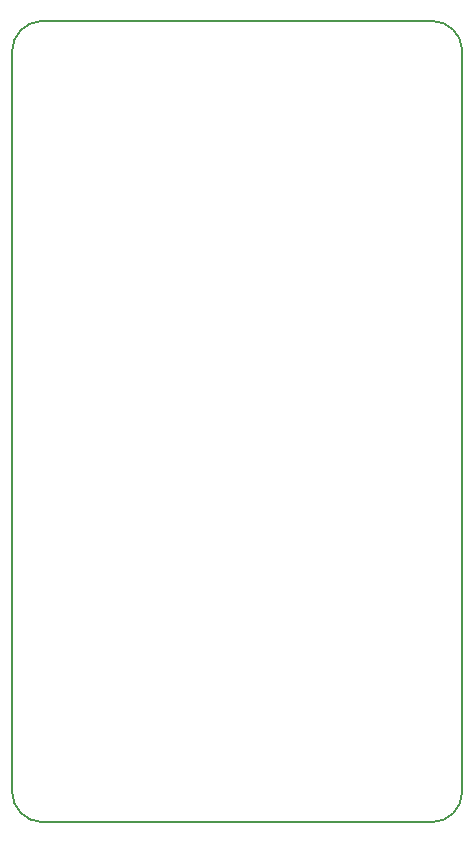
<source format=gbr>
%TF.GenerationSoftware,KiCad,Pcbnew,7.0.2*%
%TF.CreationDate,2023-06-11T23:23:12-04:00*%
%TF.ProjectId,SoftProject,536f6674-5072-46f6-9a65-63742e6b6963,rev?*%
%TF.SameCoordinates,Original*%
%TF.FileFunction,Profile,NP*%
%FSLAX46Y46*%
G04 Gerber Fmt 4.6, Leading zero omitted, Abs format (unit mm)*
G04 Created by KiCad (PCBNEW 7.0.2) date 2023-06-11 23:23:12*
%MOMM*%
%LPD*%
G01*
G04 APERTURE LIST*
%TA.AperFunction,Profile*%
%ADD10C,0.150000*%
%TD*%
G04 APERTURE END LIST*
D10*
X77851159Y-50552369D02*
G75*
G03*
X75438000Y-53089173I126841J-2536831D01*
G01*
X110998000Y-118364000D02*
X77978000Y-118364000D01*
X110998000Y-118364000D02*
G75*
G03*
X113538000Y-115824000I0J2540000D01*
G01*
X113538026Y-52962172D02*
G75*
G03*
X110998000Y-50546000I-2540026J-127028D01*
G01*
X113538000Y-52962173D02*
X113538000Y-115824000D01*
X75438000Y-115824000D02*
G75*
G03*
X77978000Y-118364000I2540000J0D01*
G01*
X77851158Y-50552342D02*
X110998000Y-50546000D01*
X75438000Y-115824000D02*
X75438000Y-53089173D01*
M02*

</source>
